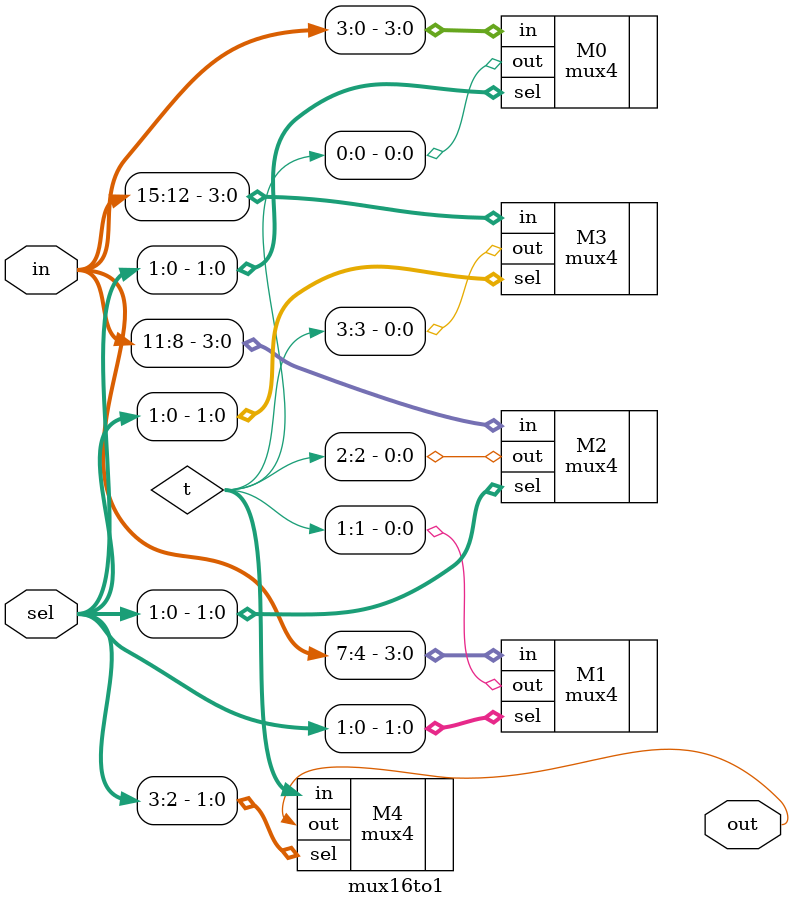
<source format=v>
`include "mux4.v"
module mux16to1(in,sel,out);
input [15:0]in;
input [3:0]sel;
wire [3:0] t;
output out;
mux4 M0(.in(in[3:0]),.out(t[0]),.sel(sel[1:0]));
mux4 M1(.in(in[7:4]),.out(t[1]),.sel(sel[1:0]));
mux4 M2(.in(in[11:8]),.out(t[2]),.sel(sel[1:0]));
mux4 M3(.in(in[15:12]),.out(t[3]),.sel(sel[1:0]));
mux4 M4(.in(t),.out(out),.sel(sel[3:2]));

endmodule



</source>
